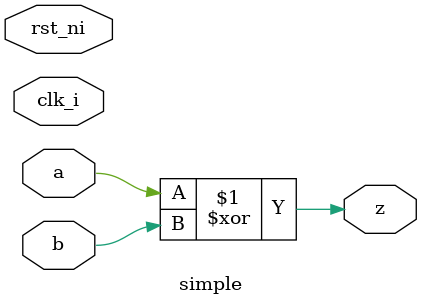
<source format=sv>
module simple (
    input  logic a,
    input  logic b,
    output logic z,
    input  logic clk_i,
    input  logic rst_ni
);
    assign z = a ^ b;

endmodule : simple

</source>
